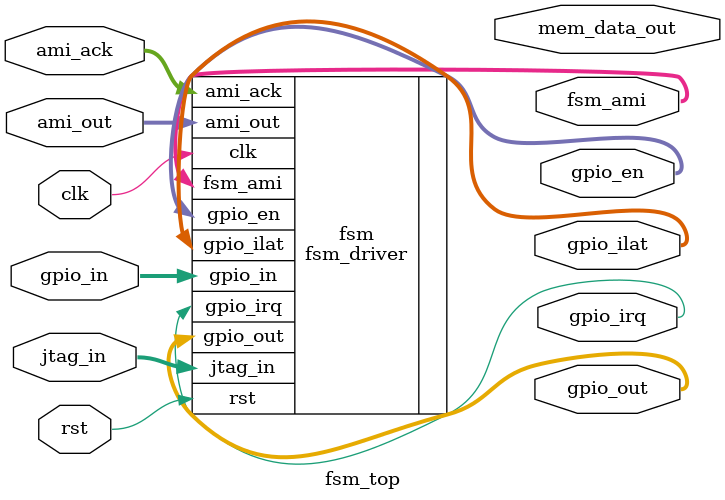
<source format=sv>
module fsm_top 
	(
	input logic clk, rst,
	input logic [2:0] ami_ack ,
	input logic [255:0] jtag_in,
	output logic [255:0] mem_data_out,
	output logic [255:0] fsm_ami,
	input logic [255:0] ami_out,
	
	input [23:0] gpio_in,
	output [23:0] gpio_out,
	output [23:0] gpio_en,
	output 	        gpio_irq,    
	output [31:0]   gpio_ilat
	
	/*
	input logic [255:0] oem_input, // from sentry
	input logic [255:0] ami_output, // from ami
	*/ 
	
	/*
	output wire [255:0] hash_output,
	output wire [255:0] ami_input,
	input logic fw_trigger,
	*/
	
	//output farom ahb bus (sentry to ta2) 
	/*
	output wire [32:0] ta2_O_haddr,
	output wire [2:0] ta2_O_hburst,
	output wire ta2_O_hmastlock,
	output  wire   [3:0]   ta2_O_hprot,
    output  wire                                   ta2_O_hnonsec,
    output  wire   [2:0]   ta2_O_hsize,
    output  wire   [1:0]   ta2_O_htrans,
    output  wire   [31:0]   ta2_O_hwdata,
    output  wire                                   ta2_O_hwrite,
    output wire [127:0] ta2_O_int_rdata,
	output wire ta2_O_int_rdata_valid,
	output wire ta2_O_done
    */
	);
	/*
	wire [255:0] data;
	wire [5:0] mem_address;
	wire read, write, RW_initiate, served, mem_enable;
	wire [4:0] address;
	wire [255:0] data_out;
	wire read_en0, write_en0, read_en1, write_en1, mem_enable0, mem_enable1;
	wire [255:0] mem_out0;
	*/
	
	/*
	wire fw_chipid_rdy;
	wire fw_expected_hash_rdy;
	wire [2:0] fw_instruction;
	wire [255:0] encrypted_fw_out;
	wire [255:0] fw_fsm_out;
	//wire fw_trigger;
	
	wire [31:0] ahb_I_int_addr;
	wire [127:0] ahb_I_int_wdata;
	wire ahb_I_int_write;
	wire ahb_I_go;
	wire ahb_I_hreadyout;
	// unsure of use
	wire [31:0] ahb_I_hrdata;
	wire ahb_I_hready;
	wire [1:0] ahb_I_hresp;
	*/
	
	
	fsm_driver fsm (.clk(clk), .rst(rst), .jtag_in(jtag_in), .ami_ack (ami_ack ), 
    .fsm_ami(fsm_ami), .gpio_in(gpio_in), .gpio_out(gpio_out), .gpio_en(gpio_en), .gpio_irq(gpio_irq), .gpio_ilat(gpio_ilat),
	.ami_out(ami_out));
	
	/*
	fw_ami fw (.clk(clk), .rst(rst), .trigger(fw_trigger), .fw_chipid_rdy(fw_chipid_rdy), .fw_expected_hash_rdy(fw_expected_hash_rdy),
	.fw_fsm_out(fw_fsm_out), .encrypted_fw_signature(oem_input), .expected_hash(ami_output), .fw_instruction(fw_instruction), .hash_output(hash_output), .encrypted_fw_out(encrypted_fw_out),
	.ChipID_out(ami_input));
	*/
	
	/*
	data_worker sentry_to_ta2_ahb (.clk(clk), .rst_n(!rst), .I_hrdata(ahb_I_hrdata), .I_hready(ahb_I_hready), .I_hresp(ahb_I_hresp), .I_hreadyout(ahb_I_hreadyout), .I_int_addr(ahb_I_int_addr),
	.I_int_wdata(ahb_I_int_wdata), .I_int_write(ahb_I_int_write), .O_haddr(ta2_O_haddr), .O_hburst(ta2_O_hburst), .hmastlock(ta2_O_hmastlock), .O_hprot(ta2_O_hprot), .O_hnonsec(ta2_O_hnonsec),
	.O_hsize(ta2_O_hsize), .O_htrans(ta2_O_htrans), .O_hwdata(ta2_O_hwdata), .O_hwrite(ta2_O_hwrite), .O_int_rdata(ta2_O_int_rdata), .O_int_rdata_valid(ta2_O_int_rdata_valid), .O_done(ta2_O_done) );
	*/
	//assign mem_data_out = mem_out0;
	
endmodule 
</source>
